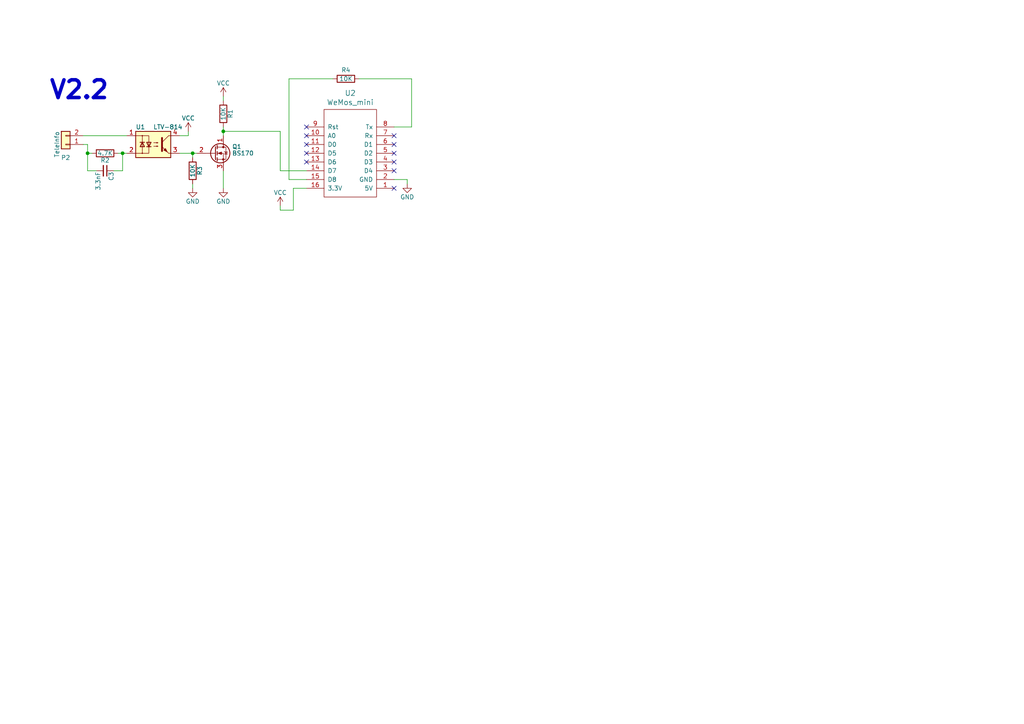
<source format=kicad_sch>
(kicad_sch (version 20231120) (generator "eeschema") (generator_version "8.0")
  (paper "A4")
  (lib_symbols
    (symbol "Connector_Generic:Conn_01x02" (pin_names (offset 1.016) hide)
      (property "Reference" "J" (at 0 2.54 0))
      (property "Value" "Conn_01x02" (at 0 -5.08 0))
      (symbol "Conn_01x02_1_1"
        (rectangle (start -1.27 -2.413) (end 0 -2.667) (stroke (width 0.1524)))
        (rectangle (start -1.27 0.127) (end 0 -0.127) (stroke (width 0.1524)))
        (rectangle (start -1.27 1.27) (end 1.27 -3.81) (stroke (width 0.254)) (fill (type background)))
        (pin passive line (at -5.08 0 0) (length 3.81) (name "Pin_1") (number "1"))
        (pin passive line (at -5.08 -2.54 0) (length 3.81) (name "Pin_2") (number "2"))
      )
    )
    (symbol "Device:C_Small" (pin_numbers hide) (pin_names (offset 0.254) hide)
      (property "Reference" "C" (at 0.254 1.778 0))
      (property "Value" "C_Small" (at 0.254 -2.032 0))
      (symbol "C_Small_0_1"
        (polyline (pts (xy -1.524 -0.508) (xy 1.524 -0.508)) (stroke (width 0.3302)))
        (polyline (pts (xy -1.524 0.508) (xy 1.524 0.508)) (stroke (width 0.3048)))
      )
      (symbol "C_Small_1_1"
        (pin passive line (at 0 2.54 270) (length 2.032) (name "~") (number "1"))
        (pin passive line (at 0 -2.54 90) (length 2.032) (name "~") (number "2"))
      )
    )
    (symbol "Device:R" (pin_numbers hide) (pin_names (offset 0))
      (property "Reference" "R" (at 2.032 0 90))
      (property "Value" "R" (at 0 0 90))
      (symbol "R_0_1"
        (rectangle (start -1.016 -2.54) (end 1.016 2.54) (stroke (width 0.254)))
      )
      (symbol "R_1_1"
        (pin passive line (at 0 3.81 270) (length 1.27) (name "~") (number "1"))
        (pin passive line (at 0 -3.81 90) (length 1.27) (name "~") (number "2"))
      )
    )
    (symbol "Isolator:LTV-814" (pin_names (offset 1.016))
      (property "Reference" "U" (at -5.08 5.08 0))
      (property "Value" "LTV-814" (at 0 5.08 0))
      (symbol "LTV-814_0_1"
        (rectangle (start -5.08 3.81) (end 5.08 -3.81) (stroke (width 0.254)) (fill (type background)))
        (circle (center -3.175 -2.54) (radius 0.127))
        (circle (center -3.175 2.54) (radius 0.127))
        (polyline (pts (xy -3.175 2.54) (xy -3.175 -2.54)))
        (polyline (pts (xy -1.905 -0.635) (xy -0.635 -0.635)) (stroke (width 0.254)))
        (polyline (pts (xy 2.54 0.635) (xy 4.445 2.54)))
        (polyline (pts (xy 4.445 -2.54) (xy 2.54 -0.635)) (fill (type outline)))
        (polyline (pts (xy 4.445 -2.54) (xy 5.08 -2.54)))
        (polyline (pts (xy 4.445 2.54) (xy 5.08 2.54)))
        (polyline (pts (xy -5.08 2.54) (xy -1.27 2.54) (xy -1.27 -0.762)))
        (polyline (pts (xy -1.27 -0.635) (xy -1.27 -2.54) (xy -5.08 -2.54)))
        (polyline (pts (xy 2.54 1.905) (xy 2.54 -1.905) (xy 2.54 -1.905)) (stroke (width 0.508)))
        (polyline (pts (xy -1.27 -0.635) (xy -1.905 0.635) (xy -0.635 0.635) (xy -1.27 -0.635)) (stroke (width 0.254)))
        (polyline (pts (xy 0.127 -0.508) (xy 1.397 -0.508) (xy 1.016 -0.635) (xy 1.016 -0.381) (xy 1.397 -0.508)))
        (polyline (pts (xy 0.127 0.508) (xy 1.397 0.508) (xy 1.016 0.381) (xy 1.016 0.635) (xy 1.397 0.508)))
        (polyline (pts (xy 3.048 -1.651) (xy 3.556 -1.143) (xy 4.064 -2.159) (xy 3.048 -1.651) (xy 3.048 -1.651)) (fill (type outline)))
      )
      (symbol "LTV-814_1_1"
        (polyline (pts (xy -3.81 0.635) (xy -2.54 0.635)) (stroke (width 0.254)))
        (polyline (pts (xy -3.175 0.635) (xy -3.81 -0.635) (xy -2.54 -0.635) (xy -3.175 0.635)) (stroke (width 0.254)))
        (pin passive line (at -7.62 2.54 0) (length 2.54) (name "~") (number "1"))
        (pin passive line (at -7.62 -2.54 0) (length 2.54) (name "~") (number "2"))
        (pin passive line (at 7.62 -2.54 180) (length 2.54) (name "~") (number "3"))
        (pin passive line (at 7.62 2.54 180) (length 2.54) (name "~") (number "4"))
      )
    )
    (symbol "Transistor_FET:BS170" (pin_names hide)
      (property "Reference" "Q" (at 5.08 1.905 0))
      (property "Value" "BS170" (at 5.08 0 0))
      (symbol "BS170_0_1"
        (polyline (pts (xy 0.254 0) (xy -2.54 0)))
        (polyline (pts (xy 0.254 1.905) (xy 0.254 -1.905)) (stroke (width 0.254)))
        (polyline (pts (xy 0.762 -1.27) (xy 0.762 -2.286)) (stroke (width 0.254)))
        (polyline (pts (xy 0.762 0.508) (xy 0.762 -0.508)) (stroke (width 0.254)))
        (polyline (pts (xy 0.762 2.286) (xy 0.762 1.27)) (stroke (width 0.254)))
        (polyline (pts (xy 2.54 2.54) (xy 2.54 1.778)))
        (polyline (pts (xy 2.54 -2.54) (xy 2.54 0) (xy 0.762 0)))
        (polyline (pts (xy 0.762 -1.778) (xy 3.302 -1.778) (xy 3.302 1.778) (xy 0.762 1.778)))
        (polyline (pts (xy 1.016 0) (xy 2.032 0.381) (xy 2.032 -0.381) (xy 1.016 0)) (fill (type outline)))
        (polyline (pts (xy 2.794 0.508) (xy 2.921 0.381) (xy 3.683 0.381) (xy 3.81 0.254)))
        (polyline (pts (xy 3.302 0.381) (xy 2.921 -0.254) (xy 3.683 -0.254) (xy 3.302 0.381)))
        (circle (center 1.651 0) (radius 2.794) (stroke (width 0.254)))
        (circle (center 2.54 -1.778) (radius 0.254) (fill (type outline)))
        (circle (center 2.54 1.778) (radius 0.254) (fill (type outline)))
      )
      (symbol "BS170_1_1"
        (pin passive line (at 2.54 5.08 270) (length 2.54) (name "D") (number "1"))
        (pin input line (at -5.08 0 0) (length 2.54) (name "G") (number "2"))
        (pin passive line (at 2.54 -5.08 90) (length 2.54) (name "S") (number "3"))
      )
    )
    (symbol "Wemos_Mini:WeMos_mini" (pin_names (offset 1.016))
      (property "Reference" "U" (at 0 12.7 0))
      (property "Value" "WeMos_mini" (at 0 -12.7 0))
      (property "Datasheet" "http://www.wemos.cc/Products/d1_mini.html" (at 13.97 -17.78 0))
      (symbol "WeMos_mini_0_1"
        (rectangle (start -7.62 11.43) (end 7.62 -13.97))
      )
      (symbol "WeMos_mini_1_1"
        (pin power_in line (at -12.7 8.89 0) (length 5.08) (name "5V") (number "1"))
        (pin bidirectional line (at 12.7 -6.35 180) (length 5.08) (name "A0") (number "10"))
        (pin bidirectional line (at 12.7 -3.81 180) (length 5.08) (name "D0") (number "11"))
        (pin bidirectional line (at 12.7 -1.27 180) (length 5.08) (name "D5") (number "12"))
        (pin bidirectional line (at 12.7 1.27 180) (length 5.08) (name "D6") (number "13"))
        (pin bidirectional line (at 12.7 3.81 180) (length 5.08) (name "D7") (number "14"))
        (pin bidirectional line (at 12.7 6.35 180) (length 5.08) (name "D8") (number "15"))
        (pin power_out line (at 12.7 8.89 180) (length 5.08) (name "3.3V") (number "16"))
        (pin power_in line (at -12.7 6.35 0) (length 5.08) (name "GND") (number "2"))
        (pin bidirectional line (at -12.7 3.81 0) (length 5.08) (name "D4") (number "3"))
        (pin bidirectional line (at -12.7 1.27 0) (length 5.08) (name "D3") (number "4"))
        (pin bidirectional line (at -12.7 -1.27 0) (length 5.08) (name "D2") (number "5"))
        (pin bidirectional line (at -12.7 -3.81 0) (length 5.08) (name "D1") (number "6"))
        (pin bidirectional line (at -12.7 -6.35 0) (length 5.08) (name "Rx") (number "7"))
        (pin bidirectional line (at -12.7 -8.89 0) (length 5.08) (name "Tx") (number "8"))
        (pin bidirectional line (at 12.7 -8.89 180) (length 5.08) (name "Rst") (number "9"))
      )
    )
    (symbol "power:GND" (power) (pin_numbers hide) (pin_names (offset 0) hide)
      (property "Value" "GND" (at 0 -3.81 0))
      (symbol "GND_0_1"
        (polyline (pts (xy 0 0) (xy 0 -1.27) (xy 1.27 -1.27) (xy 0 -2.54) (xy -1.27 -1.27) (xy 0 -1.27)))
      )
      (symbol "GND_1_1"
        (pin power_in line (at 0 0 270) (length 0) (name "~") (number "1"))
      )
    )
    (symbol "power:VCC" (power) (pin_numbers hide) (pin_names (offset 0) hide)
      (property "Value" "VCC" (at 0 3.556 0))
      (symbol "VCC_0_1"
        (polyline (pts (xy -0.762 1.27) (xy 0 2.54)))
        (polyline (pts (xy 0 0) (xy 0 2.54)))
        (polyline (pts (xy 0 2.54) (xy 0.762 1.27)))
      )
      (symbol "VCC_1_1"
        (pin power_in line (at 0 0 90) (length 0) (name "~") (number "1"))
      )
    )
  )
  (junction (at 35.56 44.45))
  (junction (at 25.4 44.45))
  (junction (at 55.88 44.45))
  (junction (at 64.77 38.1))
  (no_connect (at 88.9 36.83))
  (no_connect (at 88.9 44.45))
  (no_connect (at 88.9 46.99))
  (no_connect (at 88.9 41.91))
  (no_connect (at 114.3 41.91))
  (no_connect (at 114.3 39.37))
  (no_connect (at 114.3 46.99))
  (no_connect (at 88.9 39.37))
  (no_connect (at 114.3 54.61))
  (no_connect (at 114.3 44.45))
  (no_connect (at 114.3 49.53))
  (wire (pts (xy 64.77 38.1) (xy 81.28 38.1)))
  (wire (pts (xy 83.82 52.07) (xy 83.82 22.86)))
  (wire (pts (xy 119.38 22.86) (xy 119.38 36.83)))
  (wire (pts (xy 81.28 49.53) (xy 88.9 49.53)))
  (wire (pts (xy 85.09 54.61) (xy 88.9 54.61)))
  (wire (pts (xy 83.82 22.86) (xy 96.52 22.86)))
  (wire (pts (xy 33.02 49.53) (xy 35.56 49.53)))
  (wire (pts (xy 25.4 49.53) (xy 27.94 49.53)))
  (wire (pts (xy 64.77 27.94) (xy 64.77 29.21)))
  (wire (pts (xy 55.88 45.72) (xy 55.88 44.45)))
  (wire (pts (xy 119.38 36.83) (xy 114.3 36.83)))
  (wire (pts (xy 81.28 59.69) (xy 81.28 60.96)))
  (wire (pts (xy 64.77 36.83) (xy 64.77 38.1)))
  (wire (pts (xy 104.14 22.86) (xy 119.38 22.86)))
  (wire (pts (xy 35.56 49.53) (xy 35.56 44.45)))
  (wire (pts (xy 118.11 52.07) (xy 118.11 53.34)))
  (wire (pts (xy 25.4 41.91) (xy 25.4 44.45)))
  (wire (pts (xy 25.4 44.45) (xy 25.4 49.53)))
  (wire (pts (xy 55.88 53.34) (xy 55.88 54.61)))
  (wire (pts (xy 81.28 38.1) (xy 81.28 49.53)))
  (wire (pts (xy 54.61 38.1) (xy 54.61 39.37)))
  (wire (pts (xy 114.3 52.07) (xy 118.11 52.07)))
  (wire (pts (xy 64.77 38.1) (xy 64.77 39.37)))
  (wire (pts (xy 54.61 39.37) (xy 52.07 39.37)))
  (wire (pts (xy 25.4 44.45) (xy 26.67 44.45)))
  (wire (pts (xy 24.13 41.91) (xy 25.4 41.91)))
  (wire (pts (xy 64.77 49.53) (xy 64.77 54.61)))
  (wire (pts (xy 35.56 44.45) (xy 36.83 44.45)))
  (wire (pts (xy 55.88 44.45) (xy 57.15 44.45)))
  (wire (pts (xy 52.07 44.45) (xy 55.88 44.45)))
  (wire (pts (xy 34.29 44.45) (xy 35.56 44.45)))
  (wire (pts (xy 81.28 60.96) (xy 85.09 60.96)))
  (wire (pts (xy 88.9 52.07) (xy 83.82 52.07)))
  (wire (pts (xy 85.09 60.96) (xy 85.09 54.61)))
  (wire (pts (xy 24.13 39.37) (xy 36.83 39.37)))
  (text "V2.2" (at 13.97 29.21 0) (effects (font (size 5.1308 5.1308) (thickness 1.0262) (bold yes)) (justify left bottom)))
  (symbol (lib_id "Connector_Generic:Conn_01x02") (at 19.05 41.91 180) (unit 1)
    (property "Reference" "P2" (at 19.05 45.72 0))
    (property "Value" "TeleInfo" (at 16.51 41.91 90))
    (property "Footprint" "Terminal_Blocks:TerminalBlock_bornier-2_P5.08mm" (effects (hide yes)))
  )
  (symbol (lib_id "Transistor_FET:BS170") (at 62.23 44.45 0) (unit 1)
    (property "Reference" "Q1" (at 67.31 42.545 0) (effects (justify left)))
    (property "Value" "BS170" (at 67.31 44.45 0) (effects (justify left)))
    (property "Footprint" "TO_SOT_Packages_THT:TO-92_Horizontal2_Inline_Narrow_Oval" (effects (hide yes)))
  )
  (symbol (lib_id "Isolator:LTV-814") (at 44.45 41.91 0) (unit 1)
    (property "Reference" "U1" (at 39.37 36.83 0) (effects (justify left)))
    (property "Value" "LTV-814" (at 44.45 36.83 0) (effects (justify left)))
    (property "Footprint" "Housings_DIP:DIP-4_W7.62mm_Socket_LongPads" (effects (hide yes)))
  )
  (symbol (lib_id "Device:R") (at 30.48 44.45 270) (unit 1)
    (property "Reference" "R2" (at 30.48 46.482 90))
    (property "Value" "4.7K" (at 30.48 44.45 90))
    (property "Footprint" "Resistors_ThroughHole:R_Axial_DIN0204_L3.6mm_D1.6mm_P2.54mm_Vertical" (effects (hide yes)))
  )
  (symbol (lib_id "Device:C_Small") (at 30.48 49.53 270) (unit 1)
    (property "Reference" "C3" (at 32.258 49.784 0) (effects (justify left)))
    (property "Value" "3.3nF" (at 28.448 49.784 0) (effects (justify left)))
    (property "Footprint" "Capacitors_SMD:C_0805_HandSoldering" (effects (hide yes)))
  )
  (symbol (lib_id "power:VCC") (at 54.61 38.1 0) (unit 1)
    (property "Reference" "#PWR01" (effects (hide yes)))
    (property "Value" "VCC" (at 54.61 34.29 0))
  )
  (symbol (lib_id "Device:R") (at 55.88 49.53 0) (unit 1)
    (property "Reference" "R3" (at 57.912 49.53 90))
    (property "Value" "10K" (at 55.88 49.53 90))
    (property "Footprint" "Resistors_SMD:R_0805_HandSoldering" (effects (hide yes)))
  )
  (symbol (lib_id "power:GND") (at 55.88 54.61 0) (unit 1)
    (property "Reference" "#PWR02" (effects (hide yes)))
    (property "Value" "GND" (at 55.88 58.42 0))
  )
  (symbol (lib_id "Device:R") (at 64.77 33.02 0) (unit 1)
    (property "Reference" "R1" (at 66.802 33.02 90))
    (property "Value" "10K" (at 64.77 33.02 90))
    (property "Footprint" "Resistors_SMD:R_0805_HandSoldering" (effects (hide yes)))
  )
  (symbol (lib_id "power:VCC") (at 64.77 27.94 0) (unit 1)
    (property "Reference" "#PWR03" (effects (hide yes)))
    (property "Value" "VCC" (at 64.77 24.13 0))
  )
  (symbol (lib_id "Wemos_Mini:WeMos_mini") (at 101.6 45.72 180) (unit 1)
    (property "Reference" "U2" (at 101.6 27.0002 0) (effects (font (size 1.524 1.524))))
    (property "Value" "WeMos_mini" (at 101.6 29.6926 0) (effects (font (size 1.524 1.524))))
    (property "Footprint" "wemos_d1_mini:wemos-d1-mini-DIL-only" (effects (hide yes)))
  )
  (symbol (lib_id "power:GND") (at 64.77 54.61 0) (unit 1)
    (property "Reference" "#PWR0101" (effects (hide yes)))
    (property "Value" "GND" (at 64.77 58.42 0))
  )
  (symbol (lib_id "power:GND") (at 118.11 53.34 0) (unit 1)
    (property "Reference" "#PWR0102" (effects (hide yes)))
    (property "Value" "GND" (at 118.11 57.15 0))
  )
  (symbol (lib_id "power:VCC") (at 81.28 59.69 0) (unit 1)
    (property "Reference" "#PWR0103" (effects (hide yes)))
    (property "Value" "VCC" (at 81.28 55.88 0))
  )
  (symbol (lib_id "Device:R") (at 100.33 22.86 270) (unit 1)
    (property "Reference" "R4" (at 100.33 20.32 90))
    (property "Value" "10K" (at 100.33 22.86 90))
    (property "Footprint" "Resistors_SMD:R_0805_HandSoldering" (effects (hide yes)))
  )
)
</source>
